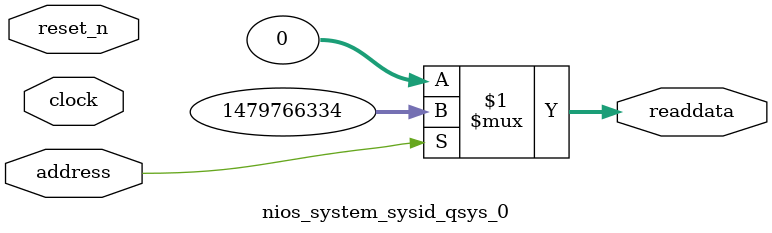
<source format=v>



// synthesis translate_off
`timescale 1ns / 1ps
// synthesis translate_on

// turn off superfluous verilog processor warnings 
// altera message_level Level1 
// altera message_off 10034 10035 10036 10037 10230 10240 10030 

module nios_system_sysid_qsys_0 (
               // inputs:
                address,
                clock,
                reset_n,

               // outputs:
                readdata
             )
;

  output  [ 31: 0] readdata;
  input            address;
  input            clock;
  input            reset_n;

  wire    [ 31: 0] readdata;
  //control_slave, which is an e_avalon_slave
  assign readdata = address ? 1479766334 : 0;

endmodule



</source>
